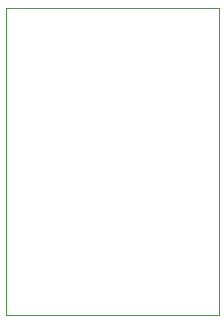
<source format=gbr>
%TF.GenerationSoftware,KiCad,Pcbnew,(6.0.5)*%
%TF.CreationDate,2023-11-29T10:11:24+07:00*%
%TF.ProjectId,lidar,6c696461-722e-46b6-9963-61645f706362,rev?*%
%TF.SameCoordinates,Original*%
%TF.FileFunction,Profile,NP*%
%FSLAX46Y46*%
G04 Gerber Fmt 4.6, Leading zero omitted, Abs format (unit mm)*
G04 Created by KiCad (PCBNEW (6.0.5)) date 2023-11-29 10:11:24*
%MOMM*%
%LPD*%
G01*
G04 APERTURE LIST*
%TA.AperFunction,Profile*%
%ADD10C,0.100000*%
%TD*%
G04 APERTURE END LIST*
D10*
X126600000Y-73200000D02*
X144600000Y-73200000D01*
X144600000Y-73200000D02*
X144600000Y-99200000D01*
X144600000Y-99200000D02*
X126600000Y-99200000D01*
X126600000Y-99200000D02*
X126600000Y-73200000D01*
M02*

</source>
